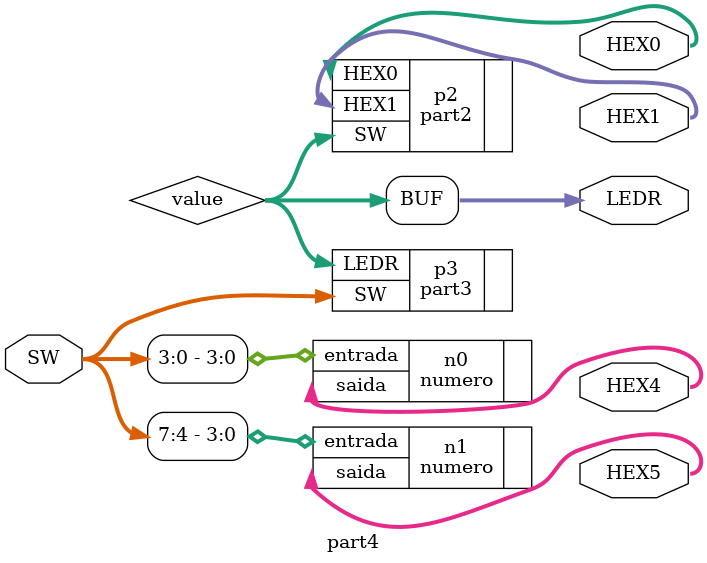
<source format=sv>
module part4(SW,HEX0,HEX1,HEX4,HEX5,LEDR);
	
	input logic[8:0] SW;
	output logic [6:0] HEX0,HEX1,HEX4,HEX5;
	output logic[4:0] LEDR;
	
	logic [4:0] value;
	
	part3 p3(
		.LEDR(value),
		.SW(SW)
	);
	
	part2 p2(
		.SW(value),
		.HEX0(HEX0),
		.HEX1(HEX1)
	);
	
	numero n0(
		.entrada(SW[3:0]),
		.saida(HEX4)
	);
	
	numero n1(
		.entrada(SW[7:4]),
		.saida(HEX5)
	);
	
	assign LEDR = value;

	
	
endmodule

</source>
